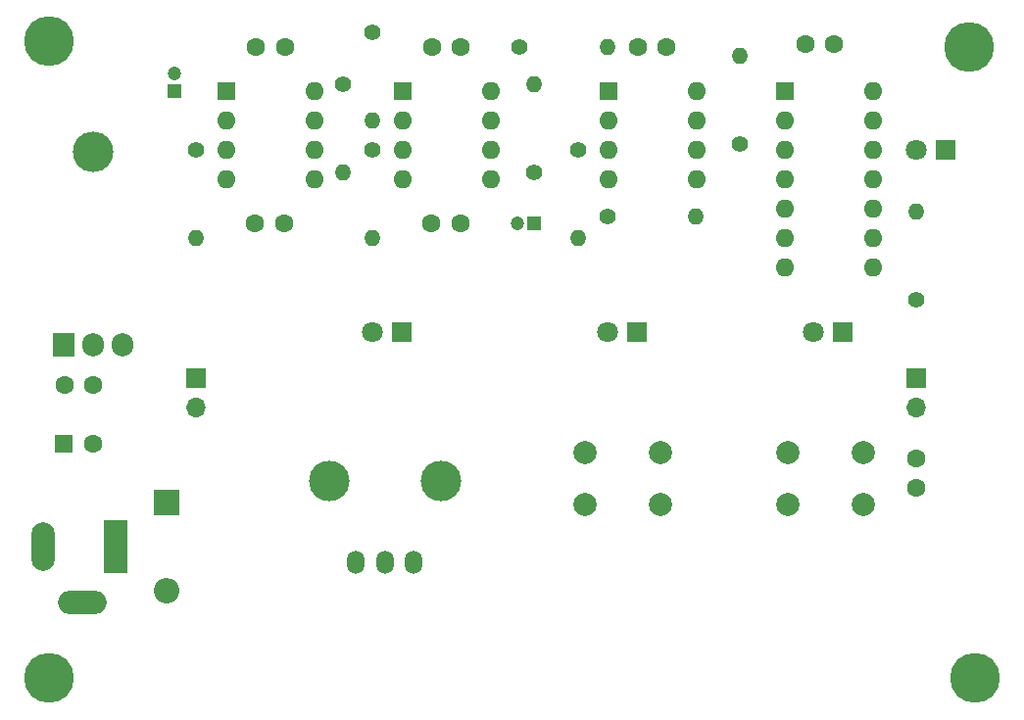
<source format=gbs>
%TF.GenerationSoftware,KiCad,Pcbnew,(6.99.0-1487-g4c225cff5b)*%
%TF.CreationDate,2022-03-28T23:32:56+02:00*%
%TF.ProjectId,clockmodule,636c6f63-6b6d-46f6-9475-6c652e6b6963,rev?*%
%TF.SameCoordinates,PX47868c0PY17d7840*%
%TF.FileFunction,Soldermask,Bot*%
%TF.FilePolarity,Negative*%
%FSLAX46Y46*%
G04 Gerber Fmt 4.6, Leading zero omitted, Abs format (unit mm)*
G04 Created by KiCad (PCBNEW (6.99.0-1487-g4c225cff5b)) date 2022-03-28 23:32:56*
%MOMM*%
%LPD*%
G01*
G04 APERTURE LIST*
%ADD10C,1.400000*%
%ADD11O,1.400000X1.400000*%
%ADD12C,2.000000*%
%ADD13O,3.500000X3.500000*%
%ADD14R,1.905000X2.000000*%
%ADD15O,1.905000X2.000000*%
%ADD16R,1.200000X1.200000*%
%ADD17C,1.200000*%
%ADD18R,1.800000X1.800000*%
%ADD19C,1.800000*%
%ADD20C,4.300000*%
%ADD21C,1.600000*%
%ADD22R,2.000000X4.600000*%
%ADD23O,2.000000X4.200000*%
%ADD24O,4.200000X2.000000*%
%ADD25R,1.600000X1.600000*%
%ADD26O,1.600000X1.600000*%
%ADD27R,1.700000X1.700000*%
%ADD28O,1.700000X1.700000*%
%ADD29O,1.500000X2.000000*%
%ADD30C,3.500000*%
%ADD31R,2.200000X2.200000*%
%ADD32O,2.200000X2.200000*%
G04 APERTURE END LIST*
D10*
%TO.C,R9*%
X50720000Y-14360000D03*
D11*
X50719999Y-21979999D03*
%TD*%
D12*
%TO.C,SW2*%
X75316000Y-44980000D03*
X68816000Y-44980000D03*
X75316000Y-40480000D03*
X68816000Y-40480000D03*
%TD*%
D13*
%TO.C,U3*%
X8819999Y-14559999D03*
D14*
X6279999Y-31219999D03*
D15*
X8819999Y-31219999D03*
X11359999Y-31219999D03*
%TD*%
D16*
%TO.C,C2*%
X15804999Y-9289999D03*
D17*
X15805000Y-7790000D03*
%TD*%
D18*
%TO.C,D2*%
X35489999Y-30069999D03*
D19*
X32950000Y-30070000D03*
%TD*%
D20*
%TO.C,H3*%
X84500000Y-5500000D03*
%TD*%
D21*
%TO.C,C10*%
X40530000Y-20720000D03*
X38030000Y-20720000D03*
%TD*%
D10*
%TO.C,R10*%
X53270000Y-20085000D03*
D11*
X60889999Y-20084999D03*
%TD*%
D20*
%TO.C,H1*%
X5000000Y-60000000D03*
%TD*%
D22*
%TO.C,J3*%
X10724999Y-48644999D03*
D23*
X4424999Y-48644999D03*
D24*
X7824999Y-53444999D03*
%TD*%
D21*
%TO.C,C5*%
X25340000Y-5490000D03*
X22840000Y-5490000D03*
%TD*%
D10*
%TO.C,R6*%
X32950000Y-14370000D03*
D11*
X32949999Y-21989999D03*
%TD*%
D25*
%TO.C,C3*%
X6279999Y-39769999D03*
D21*
X8780000Y-39770000D03*
%TD*%
D25*
%TO.C,U6*%
X35499999Y-9299999D03*
D26*
X35499999Y-11839999D03*
X35499999Y-14379999D03*
X35499999Y-16919999D03*
X43119999Y-16919999D03*
X43119999Y-14379999D03*
X43119999Y-11839999D03*
X43119999Y-9299999D03*
%TD*%
D10*
%TO.C,R7*%
X45650000Y-5480000D03*
D11*
X53269999Y-5479999D03*
%TD*%
D21*
%TO.C,C8*%
X79940000Y-41040000D03*
X79940000Y-43540000D03*
%TD*%
D10*
%TO.C,R2*%
X17710000Y-14370000D03*
D11*
X17709999Y-21989999D03*
%TD*%
D10*
%TO.C,R4*%
X79940000Y-27295000D03*
D11*
X79939999Y-19674999D03*
%TD*%
D27*
%TO.C,J1*%
X17709999Y-34054999D03*
D28*
X17709999Y-36594999D03*
%TD*%
D21*
%TO.C,C9*%
X72808000Y-5226000D03*
X70308000Y-5226000D03*
%TD*%
D25*
%TO.C,U7*%
X53279999Y-9299999D03*
D26*
X53279999Y-11839999D03*
X53279999Y-14379999D03*
X53279999Y-16919999D03*
X60899999Y-16919999D03*
X60899999Y-14379999D03*
X60899999Y-11839999D03*
X60899999Y-9299999D03*
%TD*%
D10*
%TO.C,R5*%
X32950000Y-4210000D03*
D11*
X32949999Y-11829999D03*
%TD*%
D29*
%TO.C,RV1*%
X36499999Y-49999999D03*
X33999999Y-49999999D03*
X31499999Y-49999999D03*
D30*
X38800000Y-43000000D03*
X29200000Y-43000000D03*
%TD*%
D18*
%TO.C,D5*%
X73579999Y-30069999D03*
D19*
X71040000Y-30070000D03*
%TD*%
D12*
%TO.C,SW1*%
X51290000Y-40480000D03*
X57790000Y-40480000D03*
X51290000Y-44980000D03*
X57790000Y-44980000D03*
%TD*%
D31*
%TO.C,D1*%
X15169999Y-44849999D03*
D32*
X15169999Y-52469999D03*
%TD*%
D25*
%TO.C,U8*%
X68519999Y-9284999D03*
D26*
X68519999Y-11824999D03*
X68519999Y-14364999D03*
X68519999Y-16904999D03*
X68519999Y-19444999D03*
X68519999Y-21984999D03*
X68519999Y-24524999D03*
X76139999Y-24524999D03*
X76139999Y-21984999D03*
X76139999Y-19444999D03*
X76139999Y-16904999D03*
X76139999Y-14364999D03*
X76139999Y-11824999D03*
X76139999Y-9284999D03*
%TD*%
D20*
%TO.C,H4*%
X5000000Y-5000000D03*
%TD*%
D21*
%TO.C,C1*%
X22790000Y-20720000D03*
X25290000Y-20720000D03*
%TD*%
D27*
%TO.C,J2*%
X79939999Y-34054999D03*
D28*
X79939999Y-36594999D03*
%TD*%
D21*
%TO.C,C7*%
X58340000Y-5470000D03*
X55840000Y-5470000D03*
%TD*%
D25*
%TO.C,U1*%
X20259999Y-9299999D03*
D26*
X20259999Y-11839999D03*
X20259999Y-14379999D03*
X20259999Y-16919999D03*
X27879999Y-16919999D03*
X27879999Y-14379999D03*
X27879999Y-11839999D03*
X27879999Y-9299999D03*
%TD*%
D21*
%TO.C,C4*%
X8820000Y-34690000D03*
X6320000Y-34690000D03*
%TD*%
D16*
%TO.C,C12*%
X46919999Y-20719999D03*
D17*
X45420000Y-20720000D03*
%TD*%
D20*
%TO.C,H2*%
X85000000Y-60000000D03*
%TD*%
D10*
%TO.C,R3*%
X46920000Y-16275000D03*
D11*
X46919999Y-8654999D03*
%TD*%
D18*
%TO.C,D3*%
X82479999Y-14369999D03*
D19*
X79940000Y-14370000D03*
%TD*%
D10*
%TO.C,R1*%
X30410000Y-8655000D03*
D11*
X30409999Y-16274999D03*
%TD*%
D10*
%TO.C,R8*%
X64700000Y-13862000D03*
D11*
X64699999Y-6241999D03*
%TD*%
D21*
%TO.C,C6*%
X40570000Y-5490000D03*
X38070000Y-5490000D03*
%TD*%
D18*
%TO.C,D4*%
X55799999Y-30069999D03*
D19*
X53260000Y-30070000D03*
%TD*%
M02*

</source>
